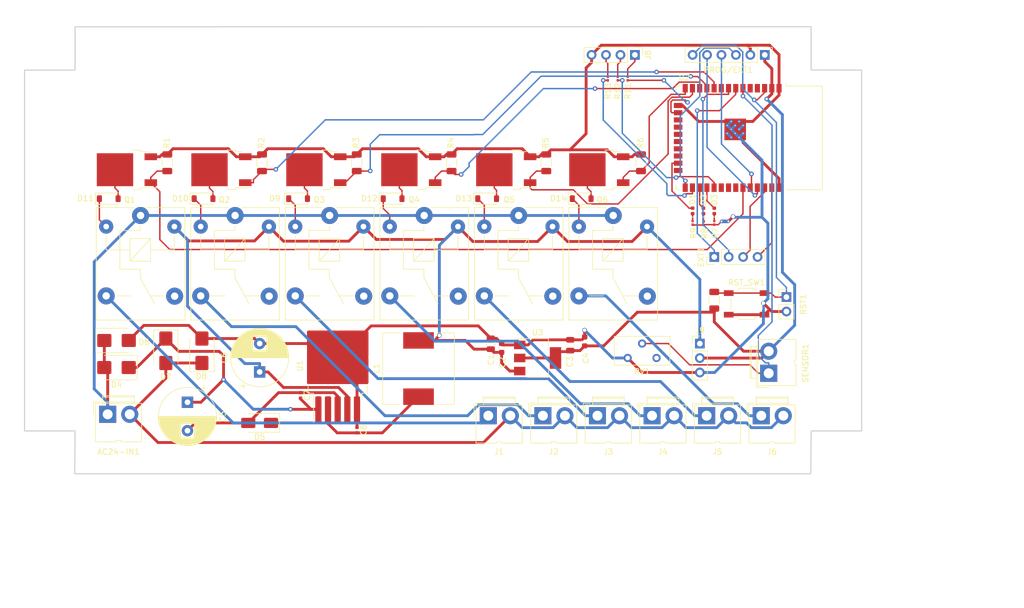
<source format=kicad_pcb>
(kicad_pcb (version 20221018) (generator pcbnew)
  (title_block (title "SPRINKLERS CONTROLLER") (date "2023-10-18") (rev "1.1.0") (company "GIDEONI"))
  (layers (0 "F.Cu" signal) (31 "B.Cu" signal) (34 "B.Paste" user) (35 "F.Paste" user) (36 "B.SilkS" user "B.Silkscreen") (37 "F.SilkS" user "F.Silkscreen") (38 "B.Mask" user) (39 "F.Mask" user) (44 "Edge.Cuts" user))
  (net 0 "")
  (net 1 "Net-(D9-K)")
  (net 2 "Net-(D9-A)")
  (net 3 "Net-(D10-K)")
  (net 4 "GRD")
  (net 5 "Net-(D10-A)")
  (net 6 "3V3")
  (net 7 "Net-(D11-K)")
  (net 8 "Net-(D11-A)")
  (net 9 "Net-(D12-K)")
  (net 10 "Net-(Q1-G)")
  (net 11 "Net-(D12-A)")
  (net 12 "Net-(Q2-G)")
  (net 13 "Net-(Q3-G)")
  (net 14 "Net-(Q4-G)")
  (net 15 "Net-(Q5-G)")
  (net 16 "Net-(Q6-G)")
  (net 17 "Net-(J11-Pin_1)")
  (net 20 "Net-(D13-K)")
  (net 21 "Net-(D3-A)")
  (net 22 "Net-(J8-Pin_1)")
  (net 23 "Net-(D2-A)")
  (net 24 "Net-(J8-Pin_2)")
  (net 25 "Net-(U2-IO13)")
  (net 28 "Net-(J8-Pin_3)")
  (net 38 "Net-(D1-A)")
  (net 39 "Net-(D13-A)")
  (net 40 "Net-(D1-K)")
  (net 41 "Net-(D2-K)")
  (net 42 "Net-(D3-K)")
  (net 43 "Net-(D14-K)")
  (net 44 "Net-(D5-K)")
  (net 45 "Net-(J1-Pin_1)")
  (net 46 "Net-(J2-Pin_1)")
  (net 47 "Net-(J3-Pin_1)")
  (net 48 "Net-(J4-Pin_1)")
  (net 49 "Net-(J5-Pin_1)")
  (net 50 "Net-(AC24-IN1-Pin_1)")
  (net 51 "Net-(D4-K)")
  (net 53 "Net-(D14-A)")
  (net 54 "Net-(U2-IO5)")
  (net 55 "Net-(U2-IO4)")
  (net 56 "Net-(AC24-IN1-Pin_2)")
  (net 58 "Net-(SENSOR1-Pin_1)")
  (net 62 "5V")
  (net 63 "Net-(J6-Pin_1)")
  (net 66 "GRDsmall")
  (net 67 "Net-(EXT1-Pin_1)")
  (net 68 "Net-(EXT1-Pin_2)")
  (net 69 "Net-(EXT1-Pin_3)")
  (net 70 "Net-(EXT1-Pin_4)")
  (net 71 "Net-(PROG/EXT1-Pin_5)")
  (net 72 "Net-(PROG/EXT1-Pin_4)")
  (net 73 "Net-(PROG/EXT1-Pin_3)")
  (net 74 "Net-(PROG/EXT1-Pin_6)")
  (footprint "LED_SMD:LED_0402_1005Metric" (layer "F.Cu") (at 133.35 51.585 90)
    (fp_text reference "D1")
    (fp_text value "LED" hide)
  )
  (footprint "Diode_SMD:D_SOD-123" (layer "F.Cu") (at 80.551 49.4315)
    (fp_text reference "D12")
    (fp_text value "75V 400mW Single 1V@50mA 4ns 150mA SOD-123 Switching Diode ROHS" hide)
  )
  (footprint "LED_SMD:LED_0402_1005Metric" (layer "F.Cu") (at 135.255 51.585 90)
    (fp_text reference "D2")
    (fp_text value "LED" hide)
  )
  (footprint "Connector_PinHeader_2.54mm:PinHeader_1x02_P2.54mm_Vertical" (layer "F.Cu") (at 149.86 66.7511)
    (fp_text reference "RST1")
    (fp_text value "Conn_01x02_Pin")
  )
  (footprint "Resistor_SMD:R_0201_0603Metric" (layer "F.Cu") (at 121.92 28.285 -90)
    (fp_text reference "R11")
    (fp_text value "130" hide)
  )
  (footprint "Relay_THT:Relay_SPDT_SANYOU_SRD_Series_Form_C" (layer "F.Cu") (at 86.106 52.394 -90)
    (fp_text reference "K4" hide)
    (fp_text value "SANYOU_SRD_Form_C")
  )
  (footprint "NetTie:NetTie-2_THT_Pad0.3mm" (layer "F.Cu") (at 139.637789 53.430115 180)
    (fp_text reference "REF**" hide)
    (fp_text value "NetTie-2_THT_Pad0.3mm" hide)
  )
  (footprint "Relay_THT:Relay_SPDT_SANYOU_SRD_Series_Form_C" (layer "F.Cu") (at 52.832 52.394 -90)
    (fp_text reference "K2" hide)
    (fp_text value "SANYOU_SRD_Form_C")
  )
  (footprint "Capacitor_SMD:C_0603_1608Metric" (layer "F.Cu") (at 114.35 74.5661 90)
    (fp_text reference "C4")
    (fp_text value "100nF")
  )
  (footprint "Connector:JWT_A3963_1x02_P3.96mm_Vertical" (layer "F.Cu") (at 30.41 87.384)
    (fp_text reference "AC24-IN1")
    (fp_text value "Conn_01x02" hide)
  )
  (footprint "Capacitor_SMD:C_0805_2012Metric" (layer "F.Cu") (at 111.81 75.2214 90)
    (fp_text reference "C3")
    (fp_text value "10uF")
  )
  (footprint "Potentiometer_THT:Potentiometer_Bourns_3296Y_Vertical" (layer "F.Cu") (at 121.92 77.47 180)
    (fp_text reference "RV1")
    (fp_text value "R_Potentiometer_Small")
  )
  (footprint "Resistor_SMD:R_1206_3216Metric" (layer "F.Cu") (at 74.2425 43.1131 90)
    (fp_text reference "R3")
    (fp_text value "1K")
  )
  (footprint "Connector_PinHeader_2.54mm:PinHeader_1x03_P2.54mm_Vertical" (layer "F.Cu") (at 134.62 74.945)
    (fp_text reference "J9")
    (fp_text value "Conn_01x03_Pin")
  )
  (footprint "LED_SMD:LED_0402_1005Metric" (layer "F.Cu") (at 137.16 51.585 90)
    (fp_text reference "D3")
    (fp_text value "LED" hide)
  )
  (footprint "Package_TO_SOT_SMD:SOT-223-3_TabPin2" (layer "F.Cu") (at 106.07 77.47)
    (fp_text reference "U3")
    (fp_text value "AP1117-33")
  )
  (footprint "Connector:JWT_A3963_1x02_P3.96mm_Vertical" (layer "F.Cu") (at 126.213 87.63)
    (fp_text reference "J4")
    (fp_text value "Conn_01x02")
  )
  (footprint "Diode_SMD:D_SOD-123" (layer "F.Cu") (at 63.914 49.4315)
    (fp_text reference "D9")
    (fp_text value "75V 400mW Single 1V@50mA 4ns 150mA SOD-123 Switching Diode ROHS" hide)
  )
  (footprint "Relay_THT:Relay_SPDT_SANYOU_SRD_Series_Form_C" (layer "F.Cu") (at 102.743 52.394 -90)
    (fp_text reference "K5" hide)
    (fp_text value "SANYOU_SRD_Form_C")
  )
  (footprint "Capacitor_THT:CP_Radial_D10.0mm_P5.00mm" (layer "F.Cu") (at 44.45 85.2623 -90)
    (fp_text reference "C5")
    (fp_text value "C_Polarized" hide)
  )
  (footprint "Resistor_SMD:R_1206_3216Metric" (layer "F.Cu") (at 137.16 67.31 90)
    (fp_text reference "R10" hide)
    (fp_text value "10K")
  )
  (footprint "Diode_SMD:D_SOD-123" (layer "F.Cu") (at 113.825 49.4315)
    (fp_text reference "D14")
    (fp_text value "75V 400mW Single 1V@50mA 4ns 150mA SOD-123 Switching Diode ROHS" hide)
  )
  (footprint "Diode_SMD:D_SMB" (layer "F.Cu") (at 31.9666 74.3894)
    (fp_text reference "D6")
    (fp_text value "900mV@2A 30ns 2A 50V DO-214AA Diodes " hide)
  )
  (footprint "Connector_PinHeader_2.54mm:PinHeader_1x04_P2.54mm_Vertical" (layer "F.Cu") (at 123.19 24.13 -90)
    (fp_text reference "J8")
    (fp_text value "Conn_01x04_Pin" hide)
  )
  (footprint "Capacitor_THT:CP_Radial_D10.0mm_P5.00mm" (layer "F.Cu") (at 57.15 79.93 90)
    (fp_text reference "C6")
    (fp_text value "C_Polarized" hide)
  )
  (footprint "Relay_THT:Relay_SPDT_SANYOU_SRD_Series_Form_C" (layer "F.Cu") (at 36.195 52.394 -90)
    (fp_text reference "K1" hide)
    (fp_text value "SANYOU_SRD_Form_C")
  )
  (footprint "Package_TO_SOT_SMD:TO-263-5_TabPin3" (layer "F.Cu") (at 70.885 78.855 90)
    (fp_text reference "U1")
    (fp_text value "LM2596S-5" hide)
  )
  (footprint "smd to:TO-252-2" (layer "F.Cu") (at 33.795 44.3367 180)
    (fp_text reference "Q1")
    (fp_text value "Q_NMOS_GDS")
  )
  (footprint "Inductor_SMD:L_12x12mm_H8mm" (layer "F.Cu") (at 85.1133 79.3324 90)
    (fp_text reference "L1")
    (fp_text value "L" hide)
  )
  (footprint "smd to:TO-252-2" (layer "F.Cu") (at 50.4259 44.3367 180)
    (fp_text reference "Q2")
    (fp_text value "Q_NMOS_GDS")
  )
  (footprint "Resistor_SMD:R_0201_0603Metric" (layer "F.Cu") (at 133.35 53.685 90)
    (fp_text reference "R9")
    (fp_text value "130" hide)
  )
  (footprint "Connector:JWT_A3963_1x02_P3.96mm_Vertical" (layer "F.Cu") (at 135.82 87.63)
    (fp_text reference "J5")
    (fp_text value "Conn_01x02")
  )
  (footprint "Diode_SMD:D_SMA" (layer "F.Cu") (at 57.15 88.9 180)
    (fp_text reference "D5")
    (fp_text value "B140-E3" hide)
  )
  (footprint "Connector:JWT_A3963_1x02_P3.96mm_Vertical" (layer "F.Cu") (at 146.7418 80.1611 90)
    (fp_text reference "SENSOR1")
    (fp_text value "Conn_01x02")
  )
  (footprint "smd to:TO-252-2" (layer "F.Cu") (at 100.5532 44.3367 180)
    (fp_text reference "Q5")
    (fp_text value "Q_NMOS_GDS" hide)
  )
  (footprint "smd to:TO-252-2" (layer "F.Cu") (at 83.8441 44.3367 180)
    (fp_text reference "Q4")
    (fp_text value "Q_NMOS_GDS" hide)
  )
  (footprint "Resistor_SMD:R_1206_3216Metric" (layer "F.Cu") (at 107.5906 43.1131 90)
    (fp_text reference "R5")
    (fp_text value "1K")
  )
  (footprint "Diode_SMD:D_SOD-123" (layer "F.Cu") (at 97.188 49.4315)
    (fp_text reference "D13")
    (fp_text value "75V 400mW Single 1V@50mA 4ns 150mA SOD-123 Switching Diode ROHS" hide)
  )
  (footprint "Diode_SMD:D_SOD-123" (layer "F.Cu") (at 47.277 49.4315)
    (fp_text reference "D10")
    (fp_text value "75V 400mW Single 1V@50mA 4ns 150mA SOD-123 Switching Diode ROHS" hide)
  )
  (footprint "Connector_PinHeader_2.54mm:PinHeader_1x04_P2.54mm_Vertical" (layer "F.Cu") (at 137.16 59.69 90)
    (fp_text reference "EXT1")
    (fp_text value "Conn_01x04_Pin")
  )
  (footprint "smd to:TO-252-2" (layer "F.Cu") (at 116.9311 44.3367 180)
    (fp_text reference "Q6")
    (fp_text value "Q_NMOS_GDS")
  )
  (footprint "Diode_SMD:D_SOD-123" (layer "F.Cu") (at 30.595 49.4315)
    (fp_text reference "D11")
    (fp_text value "75V 400mW Single 1V@50mA 4ns 150mA SOD-123 Switching Diode ROHS" hide)
  )
  (footprint "Diode_SMD:D_SMB" (layer "F.Cu") (at 46.99 76.2 90)
    (fp_text reference "D8")
    (fp_text value "900mV@2A 30ns 2A 50V DO-214AA Diodes " hide)
  )
  (footprint "Capacitor_SMD:C_0805_2012Metric" (layer "F.Cu") (at 97.8269 74.9682 90)
    (fp_text reference "C1")
    (fp_text value "10uF" hide)
  )
  (footprint "Capacitor_SMD:C_0402_1005Metric" (layer "F.Cu") (at 74.287935 90.161639 -90)
    (fp_text reference "C8")
    (fp_text value "25V 1uF X5R ±10% 0402 Multilayer Ceramic Capacitors MLCC - SMD/SMT ROHS")
  )
  (footprint "RF_Module:ESP32-WROOM-32D" (layer "F.Cu") (at 140.31 38.744 -90)
    (fp_text reference "U2")
    (fp_text value "ESP32-WROOM-32D")
  )
  (footprint "Connector:JWT_A3963_1x02_P3.96mm_Vertical" (layer "F.Cu") (at 106.999 87.63)
    (fp_text reference "J2")
    (fp_text value "Conn_01x02")
  )
  (footprint "Resistor_SMD:R_1206_3216Metric" (layer "F.Cu") (at 57.5684 43.1131 90)
    (fp_text reference "R2")
    (fp_text value "1K")
  )
  (footprint "Resistor_SMD:R_0201_0603Metric" (layer "F.Cu") (at 137.16 53.685 90)
    (fp_text reference "R7")
    (fp_text value "130" hide)
  )
  (footprint "Capacitor_SMD:C_0603_1608Metric" (layer "F.Cu") (at 99.7353 75.7053 90)
    (fp_text reference "C2")
    (fp_text value "100nF" hide)
  )
  (footprint "Resistor_SMD:R_1206_3216Metric" (layer "F.Cu") (at 90.9166 43.1131 90)
    (fp_text reference "R4")
    (fp_text value "1K")
  )
  (footprint "Capacitor_SMD:C_0402_1005Metric" (layer "F.Cu") (at 64.353572 84.050649 -90)
    (fp_text reference "C7")
    (fp_text value "25V 1uF X5R ±10% 0402 Multilayer Ceramic Capacitors MLCC - SMD/SMT ROHS")
  )
  (footprint "Relay_THT:Relay_SPDT_SANYOU_SRD_Series_Form_C" (layer "F.Cu") (at 69.469 52.394 -90)
    (fp_text reference "K3" hide)
    (fp_text value "SANYOU_SRD_Form_C")
  )
  (footprint "Resistor_SMD:R_0201_0603Metric" (layer "F.Cu") (at 135.3034 53.7503 90)
    (fp_text reference "R8")
    (fp_text value "130" hide)
  )
  (footprint "Connector:JWT_A3963_1x02_P3.96mm_Vertical" (layer "F.Cu") (at 116.606 87.63)
    (fp_text reference "J3")
    (fp_text value "Conn_01x02")
  )
  (footprint "Resistor_SMD:R_1206_3216Metric" (layer "F.Cu") (at 124.2647 43.1131 90)
    (fp_text reference "R6")
    (fp_text value "1K")
  )
  (footprint "Resistor_SMD:R_0201_0603Metric" (layer "F.Cu") (at 118.42 28.285 -90)
    (fp_text reference "R13")
    (fp_text value "130" hide)
  )
  (footprint "Resistor_SMD:R_1206_3216Metric" (layer "F.Cu") (at 40.8944 43.1131 90)
    (fp_text reference "R1")
    (fp_text value "1K")
  )
  (footprint "Diode_SMD:D_SMB" (layer "F.Cu") (at 31.9606 79.1525 180)
    (fp_text reference "D4")
    (fp_text value "900mV@2A 30ns 2A 50V DO-214AA Diodes " hide)
  )
  (footprint "Diode_SMD:D_SMB" (layer "F.Cu") (at 40.64 76.2 -90)
    (fp_text reference "D7")
    (fp_text value "900mV@2A 30ns 2A 50V DO-214AA Diodes " hide)
  )
  (footprint "smd to:TO-252-2" (layer "F.Cu") (at 67.135 44.3367 180)
    (fp_text reference "Q3")
    (fp_text value "Q_NMOS_GDS")
  )
  (footprint "Connector:JWT_A3963_1x02_P3.96mm_Vertical" (layer "F.Cu") (at 145.427 87.63)
    (fp_text reference "J6")
    (fp_text value "Conn_01x02")
  )
  (footprint "Connector:JWT_A3963_1x02_P3.96mm_Vertical" (layer "F.Cu") (at 97.392 87.63)
    (fp_text reference "J1")
    (fp_text value "Conn_01x02")
  )
  (footprint "Resistor_SMD:R_0201_0603Metric" (layer "F.Cu") (at 120.17 28.285 -90)
    (fp_text reference "R12")
    (fp_text value "130" hide)
  )
  (footprint "Button_Switch_SMD:SW_SPST_TL3342" (layer "F.Cu") (at 142.85 67.95)
    (fp_text reference "RST_SW1")
    (fp_text value "SW_SPST")
  )
  (footprint "Relay_THT:Relay_SPDT_SANYOU_SRD_Series_Form_C" (layer "F.Cu") (at 119.38 52.394 -90)
    (fp_text reference "K6" hide)
    (fp_text value "SANYOU_SRD_Form_C")
  )
  (footprint "Connector_PinHeader_2.54mm:PinHeader_1x06_P2.54mm_Vertical" (layer "F.Cu") (at 146.05 24.13 -90)
    (fp_text reference "PROG/EXT1")
    (fp_text value "Conn_01x06_Pin")
  )
  (gr_poly (pts (xy 24.666596 19.186166) (xy 24.666596 26.806166) (xy 15.776596 26.806166) (xy 15.776596 90.306166) (xy 24.666596 90.306166) (xy 24.603893 97.847405) (xy 154.143893 97.847405) (xy 154.206596 90.306166) (xy 163.096596 90.306166) (xy 163.096596 26.806166) (xy 154.206712 26.785343) (xy 154.206712 19.165343)) (stroke (width 0.2)) (fill none) (layer "Edge.Cuts"))
  (segment (start 63.419 50.5865) (end 62.264 49.4315) (width 0.25) (layer "F.Cu") (net 1))
  (segment (start 63.419 54.344) (end 63.419 50.5865) (width 0.25) (layer "F.Cu") (net 1))
  (segment (start 65.035 44.3367) (end 65.035 47.5636) (width 0.25) (layer "F.Cu") (net 2))
  (segment (start 65.564 48.0926) (end 65.564 49.4315) (width 0.25) (layer "F.Cu") (net 2))
  (segment (start 65.035 47.5636) (end 65.564 48.0926) (width 0.25) (layer "F.Cu") (net 2))
  (segment (start 46.782 50.5865) (end 45.627 49.4315) (width 0.25) (layer "F.Cu") (net 3))
  (segment (start 46.782 54.344) (end 46.782 50.5865) (width 0.25) (layer "F.Cu") (net 3))
  (segment (start 122.708 42.0567) (end 121.1311 42.0567) (width 0.5) (layer "F.Cu") (net 4))
  (segment (start 41.905 40.64) (end 40.8944 41.6506) (width 0.5) (layer "F.Cu") (net 4))
  (segment (start 143.51 22.954192) (end 143.51 24.13) (width 0.5) (layer "F.Cu") (net 4))
  (segment (start 140.84 37.2315) (end 140.84 37.244) (width 0.5) (layer "F.Cu") (net 4))
  (segment (start 124.475 80.025) (end 121.92 77.47) (width 0.5) (layer "F.Cu") (net 4))
  (segment (start 140.14 35.844) (end 139.44 35.844) (width 0.5) (layer "F.Cu") (net 4))
  (segment (start 99.975 75.17) (end 102.92 75.17) (width 0.5) (layer "F.Cu") (net 4))
  (segment (start 44.678954 71.738954) (end 46.99 74.05) (width 0.5) (layer "F.Cu") (net 4))
  (segment (start 142.24 38.644) (end 142.24 39.5709) (width 0.5) (layer "F.Cu") (net 4))
  (segment (start 90.0271 41.6506) (end 89.621 42.0567) (width 0.5) (layer "F.Cu") (net 4))
  (segment (start 51.6323 40.64) (end 41.905 40.64) (width 0.5) (layer "F.Cu") (net 4))
  (segment (start 99.7353 74.9303) (end 98.8232 74.0182) (width 0.5) (layer "F.Cu") (net 4))
  (segment (start 124.265 41.6506) (end 124.2647 41.6506) (width 0.5) (layer "F.Cu") (net 4))
  (segment (start 140.84 38.644) (end 140.14 38.644) (width 0.5) (layer "F.Cu") (net 4))
  (segment (start 140.473504 52.599766) (end 140.468138 52.599766) (width 0.5) (layer "F.Cu") (net 4))
  (segment (start 53.049 42.0567) (end 51.6323 40.64) (width 0.5) (layer "F.Cu") (net 4))
  (segment (start 74.285 86.505) (end 74.285 89.678704) (width 0.5) (layer "F.Cu") (net 4))
  (segment (start 141.54 38.644) (end 142.24 38.644) (width 0.5) (layer "F.Cu") (net 4))
  (segment (start 39.978 41.6506) (end 40.8944 41.6506) (width 0.5) (layer "F.Cu") (net 4))
  (segment (start 73.8364 42.0567) (end 71.335 42.0567) (width 0.5) (layer "F.Cu") (net 4))
  (segment (start 68.11 74.93) (end 57.15 74.93) (width 0.5) (layer "F.Cu") (net 4))
  (segment (start 130.8 33.034) (end 131.594 33.034) (width 0.5) (layer "F.Cu") (net 4))
  (segment (start 34.1166 74.3894) (end 36.767046 71.738954) (width 0.5) (layer "F.Cu") (net 4))
  (segment (start 148.56 45.8909) (end 148.56 47.494) (width 0.5) (layer "F.Cu") (net 4))
  (segment (start 114.609 26.4178) (end 114.609 37.9877) (width 0.5) (layer "F.Cu") (net 4))
  (segment (start 140.468138 52.599766) (end 139.637789 53.430115) (width 0.5) (layer "F.Cu") (net 4))
  (segment (start 55.15 88.9) (end 60.479351 83.570649) (width 0.5) (layer "F.Cu") (net 4))
  (segment (start 140.84 37.2315) (end 141.534 37.2315) (width 0.5) (layer "F.Cu") (net 4))
  (segment (start 148.56 31.2209) (end 148.56 29.994) (width 0.5) (layer "F.Cu") (net 4))
  (segment (start 98.8232 74.0182) (end 97.8269 74.0182) (width 0.5) (layer "F.Cu") (net 4))
  (segment (start 55.15 88.9) (end 45.8123 88.9) (width 0.5) (layer "F.Cu") (net 4))
  (segment (start 119.554 42.0567) (end 118.551 41.0533) (width 0.5) (layer "F.Cu") (net 4))
  (segment (start 88.0441 42.0567) (end 86.4672 42.0567) (width 0.5) (layer "F.Cu") (net 4))
  (segment (start 139.44 37.244) (end 139.465 37.219) (width 0.5) (layer "F.Cu") (net 4))
  (segment (start 104.397 75.17) (end 105.296 74.2714) (width 0.5) (layer "F.Cu") (net 4))
  (segment (start 70.885 84.205) (end 70.250649 83.570649) (width 0.5) (layer "F.Cu") (net 4))
  (segment (start 74.292736 80.412736) (end 74.292736 86.497264) (width 0.5) (layer "F.Cu") (net 4))
  (segment (start 105.296 74.2714) (end 111.81 74.2714) (width 0.5) (layer "F.Cu") (net 4))
  (segment (start 39.5719 42.0567) (end 39.978 41.6506) (width 0.5) (layer "F.Cu") (net 4))
  (segment (start 118.3344 40.8367) (end 111.76 40.8367) (width 0.5) (layer "F.Cu") (net 4))
  (segment (start 139.465 37.219) (end 140.14 37.219) (width 0.5) (layer "F.Cu") (net 4))
  (segment (start 140.14 37.219) (end 140.828 37.219) (width 0.5) (layer "F.Cu") (net 4))
  (segment (start 106.736 41.6506) (end 106.33 42.0567) (width 0.5) (layer "F.Cu") (net 4))
  (segment (start 108.4046 40.8367) (end 108.188 41.0533) (width 0.5) (layer "F.Cu") (net 4))
  (segment (start 142.980414 22.424606) (end 143.51 22.954192) (width 0.5) (layer "F.Cu") (net 4))
  (segment (start 68.3414 40.64) (end 58.579 40.64) (width 0.5) (layer "F.Cu") (net 4))
  (segment (start 107.5906 41.6506) (end 106.736 41.6506) (width 0.5) (layer "F.Cu") (net 4))
  (segment (start 76.769328 71.820672) (end 73.66 74.93) (width 0.5) (layer "F.Cu") (net 4))
  (segment (start 106.33 42.0567) (end 104.776 42.0567) (width 0.5) (layer "F.Cu") (net 4))
  (segment (start 149.86 69.2911) (end 147.27 69.2911) (width 0.5) (layer "F.Cu") (net 4))
  (segment (start 121.1311 42.0567) (end 119.554 42.0567) (width 0.5) (layer "F.Cu") (net 4))
  (segment (start 143.937 35.844) (end 148.56 31.2209) (width 0.5) (layer "F.Cu") (net 4))
  (segment (start 111.76 40.8367) (end 108.4046 40.8367) (width 0.5) (layer "F.Cu") (net 4))
  (segment (start 70.885 86.505) (end 70.885 84.205) (width 0.5) (layer "F.Cu") (net 4))
  (segment (start 139.7 69.85) (end 146 69.85) (width 0.5) (layer "F.Cu") (net 4))
  (segment (start 89.621 42.0567) (end 88.0441 42.0567) (width 0.5) (layer "F.Cu") (net 4))
  (segment (start 123.114 41.6506) (end 122.708 42.0567) (width 0.5) (layer "F.Cu") (net 4))
  (segment (start 147.27 69.2911) (end 146.914 68.9355) (width 0.5) (layer "F.Cu") (net 4))
  (segment (start 124.2647 41.6506) (end 123.114 41.6506) (width 0.5) (layer "F.Cu") (net 4))
  (segment (start 37.995 42.0567) (end 39.5719 42.0567) (width 0.5) (layer "F.Cu") (net 4))
  (segment (start 140.84 35.844) (end 141.54 35.844) (width 0.5) (layer "F.Cu") (net 4))
  (segment (start 58.579 40.64) (end 57.5684 41.6506) (width 0.5) (layer "F.Cu") (net 4))
  (segment (start 75.2531 40.64) (end 74.2425 41.6506) (width 0.5) (layer "F.Cu") (net 4))
  (segment (start 36.767046 71.738954) (end 44.678954 71.738954) (width 0.5) (layer "F.Cu") (net 4))
  (segment (start 107.591 41.6506) (end 107.5906 41.6506) (width 0.5) (layer "F.Cu") (net 4))
  (segment (start 85.0505 40.64) (end 75.2531 40.64) (width 0.5) (layer "F.Cu") (net 4))
  (segment (start 117.275394 22.424606) (end 115.57 24.13) (width 0.5) (layer "F.Cu") (net 4))
  (segment (start 90.9166 41.6506) (end 90.0271 41.6506) (width 0.5) (layer "F.Cu") (net 4))
  (segment (start 113.87 74.2714) (end 114.35 73.7911) (width 0.5) (layer "F.Cu") (net 4))
  (segment (start 73.66 79.78) (end 74.292736 80.412736) (width 0.5) (layer "F.Cu") (net 4))
  (segment (start 104.753 42.0567) (end 104.7532 42.0567) (width 0.5) (layer "F.Cu") (net 4))
  (segment (start 142.980414 22.424606) (end 146.893134 22.424606) (width 0.5) (layer "F.Cu") (net 4))
  (segment (start 54.6259 42.0567) (end 57.1623 42.0567) (width 0.5) (layer "F.Cu") (net 4))
  (segment (start 140.84 35.844) (end 140.14 35.844) (width 0.5) (layer "F.Cu") (net 4))
  (segment (start 91.9272 40.64) (end 90.9166 41.6506) (width 0.5) (layer "F.Cu") (net 4))
  (segment (start 104.7532 42.0567) (end 104.776 42.0567) (width 0.5) (layer "F.Cu") (net 4))
  (segment (start 141.54 37.2252) (end 142.221 37.2252) (width 0.5) (layer "F.Cu") (net 4))
  (segment (start 118.551 41.0533) (end 118.3344 40.8367) (width 0.5) (layer "F.Cu") (net 4))
  (segment (start 86.4672 42.0567) (end 85.0505 40.64) (width 0.5) (layer "F.Cu") (net 4))
  (segment (start 70.885 79.78) (end 73.66 79.78) (width 0.5) (layer "F.Cu") (net 4))
  (segment (start 141.54 35.844) (end 142.24 35.844) (width 0.5) (layer "F.Cu") (net 4))
  (segment (start 108.188 41.0533) (end 107.591 41.6506) (width 0.5) (layer "F.Cu") (net 4))
  (segment (start 99.7353 74.9303) (end 99.975 75.17) (width 0.5) (layer "F.Cu") (net 4))
  (segment (start 57.1623 42.0567) (end 57.5684 41.6506) (width 0.5) (layer "F.Cu") (net 4))
  (segment (start 115.57 25.4569) (end 114.609 26.4178) (width 0.5) (layer "F.Cu") (net 4))
  (segment (start 134.404 35.844) (end 139.44 35.844) (width 0.5) (layer "F.Cu") (net 4))
  (segment (start 142.980414 22.424606) (end 117.275394 22.424606) (width 0.5) (layer "F.Cu") (net 4))
  (segment (start 114.609 37.9877) (end 111.76 40.8367) (width 0.5) (layer "F.Cu") (net 4))
  (segment (start 104.776 42.0567) (end 103.3593 40.64) (width 0.5) (layer "F.Cu") (net 4))
  (segment (start 70.885 74.93) (end 73.66 74.93) (width 0.5) (layer "F.Cu") (net 4))
  (segment (start 115.57 24.13) (end 115.57 25.4569) (width 0.5) (layer "F.Cu") (net 4))
  (segment (start 142.24 39.5709) (end 148.56 45.8909) (width 0.5) (layer "F.Cu") (net 4))
  (segment (start 146.914 68.9355) (end 145.808 67.8286) (width 0.5) (layer "F.Cu") (net 4))
  (segment (start 70.885 79.78) (end 68.11 79.78) (width 0.5) (layer "F.Cu") (net 4))
  (segment (start 60.479351 83.570649) (end 64.353572 83.570649) (width 0.5) (layer "F.Cu") (net 4))
  (segment (start 140.14 38.644) (end 139.44 38.644) (width 0.5) (layer "F.Cu") (net 4))
  (segment (start 45.8123 88.9) (end 44.45 90.2623) (width 0.5) (layer "F.Cu") (net 4))
  (segment (start 141.534 37.2315) (end 141.54 37.2252) (width 0.5) (layer "F.Cu") (net 4))
  (segment (start 56.27 74.05) (end 57.15 74.93) (width 0.5) (layer "F.Cu") (net 4))
  (segment (start 74.285 89.678704) (end 74.287935 89.681639) (width 0.5) (layer "F.Cu") (net 4))
  (segment (start 46.99 74.05) (end 56.27 74.05) (width 0.5) (layer "F.Cu") (net 4))
  (segment (start 102.92 75.17) (end 104.397 75.17) (width 0.5) (layer "F.Cu") (net 4))
  (segment (start 142.24 35.844) (end 143.937 35.844) (width 0.5) (layer "F.Cu") (net 4))
  (segment (start 54.6259 42.0567) (end 53.049 42.0567) (width 0.5) (layer "F.Cu") (net 4))
  (segment (start 141.54 37.2252) (end 141.54 37.219) (width 0.5) (layer "F.Cu") (net 4))
  (segment (start 131.594 33.034) (end 134.404 35.844) (width 0.5) (layer "F.Cu") (net 4))
  (segment (start 134.62 80.025) (end 124.475 80.025) (width 0.5) (layer "F.Cu") (net 4))
  (segment (start 74.2425 41.6506) (end 73.8364 42.0567) (width 0.5) (layer "F.Cu") (net 4))
  (segment (start 146.893134 22.424606) (end 148.56 24.091472) (width 0.5) (layer "F.Cu") (net 4))
  (segment (start 114.35 72.5707) (end 114.35 73.7911) (width 0.5) (layer "F.Cu") (net 4))
  (segment (start 70.885 74.93) (end 70.885 77.355) (width 0.5) (layer "F.Cu") (net 4))
  (segment (start 146 69.85) (end 146.914 68.9355) (width 0.5) (layer "F.Cu") (net 4))
  (segment (start 95.629372 71.820672) (end 76.769328 71.820672) (width 0.5) (layer "F.Cu") (net 4))
  (segment (start 141.54 38.644) (end 140.84 38.644) (width 0.5) (layer "F.Cu") (net 4))
  (segment (start 148.56 24.091472) (end 148.56 29.994) (width 0.5) (layer "F.Cu") (net 4))
  (segment (start 74.292736 86.497264) (end 74.285 86.505) (width 0.5) (layer "F.Cu") (net 4))
  (segment (start 103.3593 40.64) (end 91.9272 40.64) (width 0.5) (layer "F.Cu") (net 4))
  (segment (start 69.7581 42.0567) (end 68.3414 40.64) (width 0.5) (layer "F.Cu") (net 4))
  (segment (start 70.885 79.78) (end 70.885 77.355) (width 0.5) (layer "F.Cu") (net 4))
  (segment (start 140.828 37.219) (end 140.84 37.2315) (width 0.5) (layer "F.Cu") (net 4))
  (segment (start 111.81 74.2714) (end 113.87 74.2714) (width 0.5) (layer "F.Cu") (net 4))
  (segment (start 70.250649 83.570649) (end 64.353572 83.570649) (width 0.5) (layer "F.Cu") (net 4))
  (segment (start 97.8269 74.0182) (end 95.629372 71.820672) (width 0.5) (layer "F.Cu") (net 4))
  (segment (start 142.221 37.2252) (end 142.24 37.244) (width 0.5) (layer "F.Cu") (net 4))
  (segment (start 70.885 74.93) (end 68.11 74.93) (width 0.5) (layer "F.Cu") (net 4))
  (segment (start 71.335 42.0567) (end 69.7581 42.0567) (width 0.5) (layer "F.Cu") (net 4))
  (via (at 145.808 67.8286) (size 0.8) (drill 0.6) (layers "F.Cu" "B.Cu") (net 4))
  (via (at 114.35 72.5707) (size 0.8) (drill 0.6) (layers "F.Cu" "B.Cu") (net 4))
  (via (at 140.473504 52.599766) (size 0.8) (drill 0.6) (layers "F.Cu" "B.Cu") (net 4))
  (segment (start 140.84 37.944) (end 140.14 37.244) (width 0.5) (layer "B.Cu") (net 4))
  (segment (start 142.24 37.944) (end 141.54 38.644) (width 0.5) (layer "B.Cu") (net 4))
  (segment (start 140.583538 52.7098) (end 140.473504 52.599766) (width 0.5) (layer "B.Cu") (net 4))
  (segment (start 139.465 36.519) (end 140.14 35.844) (width 0.5) (layer "B.Cu") (net 4))
  (segment (start 139.44 36.544) (end 139.465 36.544) (width 0.5) (layer "B.Cu") (net 4))
  (segment (start 142.215 36.544) (end 141.54 37.219) (width 0.5) (layer "B.Cu") (net 4))
  (segment (start 139.44 37.944) (end 140.14 38.644) (width 0.5) (layer "B.Cu") (net 4))
  (segment (start 119.249 77.47) (end 114.35 72.5707) (width 0.5) (layer "B.Cu") (net 4))
  (segment (start 145.808 67.8286) (end 145.808 67.9766) (width 0.5) (layer "B.Cu") (net 4))
  (segment (start 145.563 52.7098) (end 140.583538 52.7098) (width 0.5) (layer "B.Cu") (net 4))
  (segment (start 140.84 36.544) (end 140.815 36.544) (width 0.5) (layer "B.Cu") (net 4))
  (segment (start 145.808 67.8286) (end 146.595 67.0416) (width 0.5) (layer "B.Cu") (net 4))
  (segment (start 142.24 36.544) (end 142.215 36.544) (width 0.5) (layer "B.Cu") (net 4))
  (segment (start 121.92 77.47) (end 119.249 77.47) (width 0.5) (layer "B.Cu") (net 4))
  (segment (start 141.54 38.644) (end 140.84 37.944) (width 0.5) (layer "B.Cu") (net 4))
  (segment (start 145.808 71.432254) (end 145.808 67.8286) (width 0.5) (layer "B.Cu") (net 4))
  (segment (start 140.14 37.244) (end 140.14 37.219) (width 0.5) (layer "B.Cu") (net 4))
  (segment (start 145.563 52.7098) (end 145.563 42.6671) (width 0.5) (layer "B.Cu") (net 4))
  (segment (start 137.215254 80.025) (end 145.808 71.432254) (width 0.5) (layer "B.Cu") (net 4))
  (segment (start 146.595 67.0416) (end 146.595 53.7418) (width 0.5) (layer "B.Cu") (net 4))
  (segment (start 146.595 53.7418) (end 145.563 52.7098) (width 0.5) (layer "B.Cu") (net 4))
  (segment (start 139.465 36.544) (end 140.14 37.219) (width 0.5) (layer "B.Cu") (net 4))
  (segment (start 140.815 36.544) (end 140.14 37.219) (width 0.5) (layer "B.Cu") (net 4))
  (segment (start 134.62 80.025) (end 137.215254 80.025) (width 0.5) (layer "B.Cu") (net 4))
  (segment (start 145.563 42.6671) (end 141.54 38.644) (width 0.5) (layer "B.Cu") (net 4))
  (segment (start 139.465 36.544) (end 139.465 36.519) (width 0.5) (layer "B.Cu") (net 4))
  (segment (start 48.3259 47.5636) (end 48.927 48.1647) (width 0.25) (layer "F.Cu") (net 5))
  (segment (start 48.927 48.1647) (end 48.927 49.4315) (width 0.25) (layer "F.Cu") (net 5))
  (segment (start 48.3259 44.3367) (end 48.3259 47.5636) (width 0.25) (layer "F.Cu") (net 5))
  (segment (start 114.35 75.3411) (end 117.6989 75.3411) (width 0.5) (layer "F.Cu") (net 6))
  (segment (start 146.7418 76.2811) (end 146.742 76.2811) (width 0.5) (layer "F.Cu") (net 6))
  (segment (start 147.29 30.988683) (end 146.386566 31.892117) (width 0.5) (layer "F.Cu") (net 6))
  (segment (start 137.16 69.414) (end 137.16 71.12) (width 0.5) (layer "F.Cu") (net 6))
  (segment (start 147.29 26.5469) (end 147.29 29.994) (width 0.5) (layer "F.Cu") (net 6))
  (segment (start 147.29 30.45) (end 147.32 30.48) (width 0.5) (layer "F.Cu") (net 6))
  (segment (start 123.626 69.414) (end 137.16 69.414) (width 0.5) (layer "F.Cu") (net 6))
  (segment (start 113.52 76.1714) (end 114.35 75.3411) (width 0.5) (layer "F.Cu") (net 6))
  (segment (start 146.05 25.3069) (end 147.29 26.5469) (width 0.5) (layer "F.Cu") (net 6))
  (segment (start 146.742 76.2811) (end 145.538 77.485) (width 0.5) (layer "F.Cu") (net 6))
  (segment (start 145.538 77.485) (end 134.62 77.485) (width 0.5) (layer "F.Cu") (net 6))
  (segment (start 142.3211 76.2811) (end 146.7418 76.2811) (width 0.5) (layer "F.Cu") (net 6))
  (segment (start 109.22 77.47) (end 109.22 76.3565) (width 0.5) (layer "F.Cu") (net 6))
  (segment (start 111.625 76.3565) (end 111.81 76.1714) (width 0.5) (layer "F.Cu") (net 6))
  (segment (start 147.29 29.994) (end 147.29 30.45) (width 0.5) (layer "F.Cu") (net 6))
  (segment (start 117.6989 75.3411) (end 123.626 69.414) (width 0.5) (layer "F.Cu") (net 6))
  (segment (start 109.22 76.3565) (end 111.625 76.3565) (width 0.5) (layer "F.Cu") (net 6))
  (segment (start 137.16 68.7725) (end 137.16 69.414) (width 0.5) (layer "F.Cu") (net 6))
  (segment (start 146.05 24.13) (end 146.05 25.3069) (width 0.5) (layer "F.Cu") (net 6))
  (segment (start 102.92 77.47) (end 109.22 77.47) (width 0.5) (layer "F.Cu") (net 6))
  (segment (start 137.16 71.12) (end 142.3211 76.2811) (width 0.5) (layer "F.Cu") (net 6))
  (segment (start 147.29 29.994) (end 147.29 30.988683) (width 0.5) (layer "F.Cu") (net 6))
  (segment (start 111.81 76.1714) (end 113.52 76.1714) (width 0.5) (layer "F.Cu") (net 6))
  (via (at 146.386566 31.892117) (size 0.8) (drill 0.4) (layers "F.Cu" "B.Cu") (net 6))
  (segment (start 149.151297 34.656848) (end 149.151297 62.388851) (width 0.5) (layer "B.Cu") (net 6))
  (segment (start 146.386566 31.892117) (end 149.151297 34.656848) (width 0.5) (layer "B.Cu") (net 6))
  (segment (start 151.31 64.547554) (end 151.31 71.7129) (width 0.5) (layer "B.Cu") (net 6))
  (segment (start 151.31 71.7129) (end 146.7418 76.2811) (width 0.5) (layer "B.Cu") (net 6))
  (segment (start 149.151297 62.388851) (end 151.31 64.547554) (width 0.5) (layer "B.Cu") (net 6))
  (segment (start 30.145 54.344) (end 28.945 53.144) (width 0.25) (layer "F.Cu") (net 7))
  (segment (start 28.945 53.144) (end 28.945 49.4315) (width 0.25) (layer "F.Cu") (net 7))
  (segment (start 32.245 48.1136) (end 32.245 49.4315) (width 0.25) (layer "F.Cu") (net 8))
  (segment (start 31.695 47.5636) (end 32.245 48.1136) (width 0.25) (layer "F.Cu") (net 8))
  (segment (start 31.695 44.3367) (end 31.695 47.5636) (width 0.25) (layer "F.Cu") (net 8))
  (segment (start 78.901 51.158159) (end 80.056 52.313159) (width 0.25) (layer "F.Cu") (net 9))
  (segment (start 78.901 49.4315) (end 78.901 51.158159) (width 0.25) (layer "F.Cu") (net 9))
  (segment (start 80.056 52.313159) (end 80.056 54.344) (width 0.25) (layer "F.Cu") (net 9))
  (segment (start 39.1092 44.5756) (end 40.8944 44.5756) (width 0.25) (layer "F.Cu") (net 10))
  (segment (start 41.329738 58.382838) (end 39.587806 56.640906) (width 0.25) (layer "F.Cu") (net 10))
  (segment (start 142.21 52.1) (end 135.927162 58.382838) (width 0.25) (layer "F.Cu") (net 10))
  (segment (start 37.995 46.6167) (end 37.995 45.6898) (width 0.25) (layer "F.Cu") (net 10))
  (segment (start 39.587806 56.640906) (end 39.587806 48.209506) (width 0.25) (layer "F.Cu") (net 10))
  (segment (start 39.587806 48.209506) (end 37.995 46.6167) (width 0.25) (layer "F.Cu") (net 10))
  (segment (start 135.927162 58.382838) (end 41.329738 58.382838) (width 0.25) (layer "F.Cu") (net 10))
  (segment (start 142.21 47.494) (end 142.21 52.1) (width 0.25) (layer "F.Cu") (net 10))
  (segment (start 37.995 45.6898) (end 39.1092 44.5756) (width 0.25) (layer "F.Cu") (net 10))
  (segment (start 82.201 48.0205) (end 82.201 49.4315) (width 0.25) (layer "F.Cu") (net 11))
  (segment (start 81.7441 44.3367) (end 81.7441 47.5636) (width 0.25) (layer "F.Cu") (net 11))
  (segment (start 81.7441 47.5636) (end 82.201 48.0205) (width 0.25) (layer "F.Cu") (net 11))
  (segment (start 54.6259 46.6167) (end 56.0528 46.6167) (width 0.25) (layer "F.Cu") (net 12))
  (segment (start 127 27.132892) (end 135.345792 27.132892) (width 0.25) (layer "F.Cu") (net 12))
  (segment (start 137.13 28.9171) (end 137.13 29.994) (width 0.25) (layer "F.Cu") (net 12))
  (segment (start 56.0528 46.6167) (end 56.0528 46.0912) (width 0.25) (layer "F.Cu") (net 12))
  (segment (start 135.345792 27.132892) (end 137.13 28.9171) (width 0.25) (layer "F.Cu") (net 12))
  (segment (start 59.9913 44.2798) (end 57.8642 44.2798) (width 0.25) (layer "F.Cu") (net 12))
  (segment (start 56.0528 46.0912) (end 57.5684 44.5756) (width 0.25) (layer "F.Cu") (net 12))
  (segment (start 57.8642 44.2798) (end 57.5684 44.5756) (width 0.25) (layer "F.Cu") (net 12))
  (via (at 127 27.132892) (size 0.8) (drill 0.4) (layers "F.Cu" "B.Cu") (net 12))
  (via (at 59.9913 44.2798) (size 0.8) (drill 0.4) (layers "F.Cu" "B.Cu") (net 12))
  (segment (start 96.52 35.56) (end 68.7111 35.56) (width 0.25) (layer "B.Cu") (net 12))
  (segment (start 126.997247 27.135645) (end 104.944355 27.135645) (width 0.25) (layer "B.Cu") (net 12))
  (segment (start 68.7111 35.56) (end 59.9913 44.2798) (width 0.25) (layer "B.Cu") (net 12))
  (segment (start 127 27.132892) (end 126.997247 27.135645) (width 0.25) (layer "B.Cu") (net 12))
  (segment (start 104.944355 27.135645) (end 96.52 35.56) (width 0.25) (layer "B.Cu") (net 12))
  (segment (start 132.993354 27.933287) (end 132.928904 27.933287) (width 0.25) (layer "F.Cu") (net 13))
  (segment (start 74.2425 44.5756) (end 76.553194 44.5756) (width 0.25) (layer "F.Cu") (net 13))
  (segment (start 135.86 29.994) (end 135.86 29.550704) (width 0.25) (layer "F.Cu") (net 13))
  (segment (start 76.610524 44.5756) (end 76.581859 44.5756) (width 0.25) (layer "F.Cu") (net 13))
  (segment (start 76.553194 44.5756) (end 76.617803 44.546935) (width 0.25) (layer "F.Cu") (net 13))
  (segment (start 133.014469 27.912172) (end 132.993354 27.933287) (width 0.25) (layer "F.Cu") (net 13))
  (segment (start 133.035584 27.933287) (end 133.014469 27.912172) (width 0.25) (layer "F.Cu") (net 13))
  (segment (start 135.86 29.550704) (end 134.242583 27.933287) (width 0.25) (layer "F.Cu") (net 13))
  (segment (start 134.242583 27.933287) (end 133.035584 27.933287) (width 0.25) (layer "F.Cu") (net 13))
  (segment (start 76.617803 44.546935) (end 76.610524 44.5756) (width 0.25) (layer "F.Cu") (net 13))
  (segment (start 71.335 46.6167) (end 72.2014 46.6167) (width 0.25) (layer "F.Cu") (net 13))
  (segment (start 72.2014 46.6167) (end 74.2425 44.5756) (width 0.25) (layer "F.Cu") (net 13))
  (via (at 133.014469 27.912172) (size 0.8) (drill 0.4) (layers "F.Cu" "B.Cu") (net 13))
  (via (at 76.617803 44.546935) (size 0.8) (drill 0.4) (layers "F.Cu" "B.Cu") (net 13))
  (segment (start 94.874271 38.144913) (end 94.839117 38.180067) (width 0.25) (layer "B.Cu") (net 13))
  (segment (start 132.980697 27.8784) (end 106.682577 27.8784) (width 0.25) (layer "B.Cu") (net 13))
  (segment (start 78.282302 38.180067) (end 76.617803 39.844566) (width 0.25) (layer "B.Cu") (net 13))
  (segment (start 76.617803 39.844566) (end 76.617803 44.546935) (width 0.25) (layer "B.Cu") (net 13))
  (segment (start 94.839117 38.180067) (end 78.282302 38.180067) (width 0.25) (layer "B.Cu") (net 13))
  (segment (start 133.014469 27.912172) (end 132.980697 27.8784) (width 0.25) (layer "B.Cu") (net 13))
  (segment (start 76.617803 44.546935) (end 76.407679 44.336811) (width 0.25) (layer "B.Cu") (net 13))
  (segment (start 96.416064 38.144913) (end 94.874271 38.144913) (width 0.25) (layer "B.Cu") (net 13))
  (segment (start 106.682577 27.8784) (end 96.416064 38.144913) (width 0.25) (layer "B.Cu") (net 13))
  (segment (start 88.0441 46.6167) (end 88.0441 45.6898) (width 0.25) (layer "F.Cu") (net 14))
  (segment (start 91.5154 45.1744) (end 90.9166 44.5756) (width 0.25) (layer "F.Cu") (net 14))
  (segment (start 129.843 30.0574) (end 130.984 28.9171) (width 0.25) (layer "F.Cu") (net 14))
  (segment (start 116.177811 30.0574) (end 129.843 30.0574) (width 0.25) (layer "F.Cu") (net 14))
  (segment (start 92.6138 45.1744) (end 91.5154 45.1744) (width 0.25) (layer "F.Cu") (net 14))
  (segment (start 89.1583 44.5756) (end 90.9166 44.5756) (width 0.25) (layer "F.Cu") (net 14))
  (segment (start 88.0441 45.6898) (end 89.1583 44.5756) (width 0.25) (layer "F.Cu") (net 14))
  (segment (start 134.59 28.9171) (end 134.59 29.994) (width 0.25) (layer "F.Cu") (net 14))
  (segment (start 130.984 28.9171) (end 134.59 28.9171) (width 0.25) (layer "F.Cu") (net 14))
  (via (at 116.177811 30.0574) (size 0.8) (drill 0.4) (layers "F.Cu" "B.Cu") (net 14))
  (via (at 92.6138 45.1744) (size 0.8) (drill 0.4) (layers "F.Cu" "B.Cu") (net 14))
  (segment (start 116.177811 30.0574) (end 107.1026 30.0574) (width 0.25) (layer "B.Cu") (net 14))
  (segment (start 107.1026 30.0574) (end 94.0139 43.1461) (width 0.25) (layer "B.Cu") (net 14))
  (segment (start 94.0139 43.1461) (end 94.0139 43.7743) (width 0.25) (layer "B.Cu") (net 14))
  (segment (start 94.0139 43.7743) (end 92.6138 45.1744) (width 0.25) (layer "B.Cu") (net 14))
  (segment (start 133.32 31.0709) (end 132.825 31.566) (width 0.25) (layer "F.Cu") (net 15))
  (segment (start 104.753 45.6898) (end 105.867 44.5756) (width 0.25) (layer "F.Cu") (net 15))
  (segment (start 104.753 46.6167) (end 104.753 45.6898) (width 0.25) (layer "F.Cu") (net 15))
  (segment (start 129.038 41.579) (end 120.258 50.3593) (width 0.25) (layer "F.Cu") (net 15))
  (segment (start 104.753 47.5436) (end 104.753 46.6167) (width 0.25) (layer "F.Cu") (net 15))
  (segment (start 105.867 44.5756) (end 107.5906 44.5756) (width 0.25) (layer "F.Cu") (net 15))
  (segment (start 133.32 29.994) (end 133.32 31.0709) (width 0.25) (layer "F.Cu") (net 15))
  (segment (start 104.753 46.6167) (end 104.7532 46.6167) (width 0.25) (layer "F.Cu") (net 15))
  (segment (start 132.825 31.566) (end 129.71 31.566) (width 0.25) (layer "F.Cu") (net 15))
  (segment (start 129.038 32.2381) (end 129.038 41.579) (width 0.25) (layer "F.Cu") (net 15))
  (segment (start 112.353 47.8743) (end 105.084 47.8743) (width 0.25) (layer "F.Cu") (net 15))
  (segment (start 120.258 50.3593) (end 114.838 50.3593) (width 0.25) (layer "F.Cu") (net 15))
  (segment (start 107.5906 44.5756) (end 107.591 44.5756) (width 0.25) (layer "F.Cu") (net 15))
  (segment (start 129.71 31.566) (end 129.038 32.2381) (width 0.25) (layer "F.Cu") (net 15))
  (segment (start 114.838 50.3593) (end 112.353 47.8743) (width 0.25) (layer "F.Cu") (net 15))
  (segment (start 105.084 47.8743) (end 104.753 47.5436) (width 0.25) (layer "F.Cu") (net 15))
  (segment (start 124.265 44.5756) (end 124.2647 44.5756) (width 0.25) (layer "F.Cu") (net 16))
  (segment (start 132.05 31.0709) (end 129.566 31.0709) (width 0.25) (layer "F.Cu") (net 16))
  (segment (start 129.566 31.0709) (end 125.708 34.9287) (width 0.25) (layer "F.Cu") (net 16))
  (segment (start 121.131 46.1532) (end 121.131 46.6167) (width 0.25) (layer "F.Cu") (net 16))
  (segment (start 124.2647 44.5756) (end 122.245 44.5756) (width 0.25) (layer "F.Cu") (net 16))
  (segment (start 122.245 44.5756) (end 121.131 45.6898) (width 0.25) (layer "F.Cu") (net 16))
  (segment (start 125.708 43.1321) (end 124.265 44.5756) (width 0.25) (layer "F.Cu") (net 16))
  (segment (start 125.708 34.9287) (end 125.708 43.1321) (width 0.25) (layer "F.Cu") (net 16))
  (segment (start 121.131 46.1532) (end 121.1311 46.1533) (width 0.25) (layer "F.Cu") (net 16))
  (segment (start 121.1311 46.1533) (end 121.1311 46.6167) (width 0.25) (layer "F.Cu") (net 16))
  (segment (start 132.05 29.994) (end 132.05 31.0709) (width 0.25) (layer "F.Cu") (net 16))
  (segment (start 121.131 45.6898) (end 121.131 46.1532) (width 0.25) (layer "F.Cu") (net 16))
  (segment (start 137.16 65.8475) (end 137.362 66.05) (width 0.25) (layer "F.Cu") (net 17))
  (segment (start 144.716506 32.047494) (end 144.18735 32.047494) (width 0.25) (layer "F.Cu") (net 17))
  (segment (start 147.177 66.05) (end 147.878 66.7511) (width 0.25) (layer "F.Cu") (net 17))
  (segment (start 146.02 29.994) (end 146.02 30.744) (width 0.25) (layer "F.Cu") (net 17))
  (segment (start 146 66.05) (end 147.177 66.05) (width 0.25) (layer "F.Cu") (net 17))
  (segment (start 146.02 30.744) (end 144.716506 32.047494) (width 0.25) (layer "F.Cu") (net 17))
  (segment (start 137.362 66.05) (end 139.7 66.05) (width 0.25) (layer "F.Cu") (net 17))
  (segment (start 139.7 66.05) (end 146 66.05) (width 0.25) (layer "F.Cu") (net 17))
  (segment (start 147.878 66.7511) (end 149.86 66.7511) (width 0.25) (layer "F.Cu") (net 17))
  (via (at 144.18735 32.047494) (size 0.8) (drill 0.4) (layers "F.Cu" "B.Cu") (net 17))
  (segment (start 144.18735 32.12105) (end 147.409067 35.342767) (width 0.25) (layer "B.Cu") (net 17))
  (segment (start 148.10117 36.034489) (end 148.10117 63.300958) (width 0.25) (layer "B.Cu") (net 17))
  (segment (start 140.992 22.4342) (end 142.165 23.6071) (width 0.25) (layer "B.Cu") (net 17))
  (segment (start 144.113794 32.047494) (end 144.18735 32.047494) (width 0.25) (layer "B.Cu") (net 17))
  (segment (start 142.165 30.0987) (end 144.113794 32.047494) (width 0.25) (layer "B.Cu") (net 17))
  (segment (start 147.409067 35.342767) (end 147.409448 35.342767) (width 0.25) (layer "B.Cu") (net 17))
  (segment (start 147.409448 35.342767) (end 148.10117 36.034489) (width 0.25) (layer "B.Cu") (net 17))
  (segment (start 149.86 65.059788) (end 149.86 66.7511) (width 0.25) (layer "B.Cu") (net 17))
  (segment (start 142.165 23.6071) (end 142.165 30.0987) (width 0.25) (layer "B.Cu") (net 17))
  (segment (start 135.046 22.4342) (end 140.992 22.4342) (width 0.25) (layer "B.Cu") (net 17))
  (segment (start 144.18735 32.047494) (end 144.18735 32.12105) (width 0.25) (layer "B.Cu") (net 17))
  (segment (start 133.35 24.13) (end 135.046 22.4342) (width 0.25) (layer "B.Cu") (net 17))
  (segment (start 148.10117 63.300958) (end 149.86 65.059788) (width 0.25) (layer "B.Cu") (net 17))
  (segment (start 96.693 54.344) (end 96.693 50.5865) (width 0.25) (layer "F.Cu") (net 20))
  (segment (start 96.693 50.5865) (end 95.538 49.4315) (width 0.25) (layer "F.Cu") (net 20))
  (segment (start 135.86 49.8) (end 137.16 51.1) (width 0.25) (layer "F.Cu") (net 21))
  (segment (start 135.86 47.494) (end 135.86 49.8) (width 0.25) (layer "F.Cu") (net 21))
  (segment (start 121.92 27.965) (end 121.92 26.5769) (width 0.25) (layer "F.Cu") (net 22))
  (segment (start 123.19 25.3069) (end 123.19 24.13) (width 0.25) (layer "F.Cu") (net 22))
  (segment (start 121.92 26.5769) (end 123.19 25.3069) (width 0.25) (layer "F.Cu") (net 22))
  (segment (start 135.255 51.1) (end 134.59 50.435) (width 0.25) (layer "F.Cu") (net 23))
  (segment (start 134.59 50.435) (end 134.59 47.494) (width 0.25) (layer "F.Cu") (net 23))
  (segment (start 120.65 25.3069) (end 120.17 25.7869) (width 0.25) (layer "F.Cu") (net 24))
  (segment (start 120.17 25.7869) (end 120.17 27.965) (width 0.25) (layer "F.Cu") (net 24))
  (segment (start 120.65 24.13) (end 120.65 25.3069) (width 0.25) (layer "F.Cu") (net 24))
  (segment (start 132.047708 32.0742) (end 129.841 32.0742) (width 0.25) (layer "F.Cu") (net 25))
  (segment (start 129.541 32.3745) (end 129.541 34.1215) (width 0.25) (layer "F.Cu") (net 25))
  (segment (start 129.841 32.0742) (end 129.541 32.3745) (width 0.25) (layer "F.Cu") (net 25))
  (segment (start 129.541 34.1215) (end 129.723 34.304) (width 0.25) (layer "F.Cu") (net 25))
  (segment (start 129.723 34.304) (end 130.8 34.304) (width 0.25) (layer "F.Cu") (net 25))
  (segment (start 132.458054 32.484546) (end 132.047708 32.0742) (width 0.25) (layer "F.Cu") (net 25))
  (segment (start 121.92 28.605) (end 128.29 28.605) (width 0.25) (layer "F.Cu") (net 25))
  (via (at 132.458054 32.484546) (size 0.8) (drill 0.4) (layers "F.Cu" "B.Cu") (net 25))
  (via (at 128.29 28.605) (size 0.8) (drill 0.4) (layers "F.Cu" "B.Cu") (net 25))
  (segment (start 132.169546 32.484546) (end 128.29 28.605) (width 0.25) (layer "B.Cu") (net 25))
  (segment (start 132.458054 32.484546) (end 132.169546 32.484546) (width 0.25) (layer "B.Cu") (net 25))
  (segment (start 118.11 25.3069) (end 118.42 25.6169) (width 0.25) (layer "F.Cu") (net 28))
  (segment (start 118.42 25.6169) (end 118.42 27.965) (width 0.25) (layer "F.Cu") (net 28))
  (segment (start 118.11 24.13) (end 118.11 25.3069) (width 0.25) (layer "F.Cu") (net 28))
  (segment (start 129.723 43.194) (end 129.723 48.085981) (width 0.25) (layer "F.Cu") (net 38))
  (segment (start 130.8 43.194) (end 129.723 43.194) (width 0.25) (layer "F.Cu") (net 38))
  (segment (start 132.737019 51.1) (end 133.35 51.1) (width 0.25) (layer "F.Cu") (net 38))
  (segment (start 129.723 48.085981) (end 132.737019 51.1) (width 0.25) (layer "F.Cu") (net 38))
  (segment (start 98.4532 44.3367) (end 98.4532 47.5636) (width 0.25) (layer "F.Cu") (net 39))
  (segment (start 98.4532 47.5636) (end 98.838 47.9484) (width 0.25) (layer "F.Cu") (net 39))
  (segment (start 98.838 47.9484) (end 98.838 49.4315) (width 0.25) (layer "F.Cu") (net 39))
  (segment (start 133.35 52.07) (end 133.35 53.3) (width 0.25) (layer "F.Cu") (net 40))
  (segment (start 135.255 53.3169) (end 135.3034 53.3653) (width 0.25) (layer "F.Cu") (net 41))
  (segment (start 135.255 52.07) (end 135.255 53.3169) (width 0.25) (layer "F.Cu") (net 41))
  (segment (start 137.16 52.07) (end 137.16 53.3) (width 0.25) (layer "F.Cu") (net 42))
  (segment (start 113.33 50.5865) (end 112.175 49.4315) (width 0.25) (layer "F.Cu") (net 43))
  (segment (start 113.33 54.344) (end 113.33 50.5865) (width 0.25) (layer "F.Cu") (net 43))
  (segment (start 69.219314 89.06) (end 70.804314 90.645) (width 0.5) (layer "F.Cu") (net 44))
  (segment (start 69.185 86.505) (end 69.185 89.06) (width 0.5) (layer "F.Cu") (net 44))
  (segment (start 69.185 86.505) (end 69.185 88.805) (width 0.5) (layer "F.Cu") (net 44))
  (segment (start 69.185 89.06) (end 69.219314 89.06) (width 0.5) (layer "F.Cu") (net 44))
  (segment (start 70.804314 90.645) (end 78.7507 90.645) (width 0.5) (layer "F.Cu") (net 44))
  (segment (start 78.7507 90.645) (end 85.1133 84.2824) (width 0.5) (layer "F.Cu") (net 44))
  (segment (start 52.501 88.9) (end 96.122 88.9) (width 0.5) (layer "B.Cu") (net 45))
  (segment (start 30.145 66.544) (end 52.501 88.9) (width 0.5) (layer "B.Cu") (net 45))
  (segment (start 96.122 88.9) (end 97.392 87.63) (width 0.5) (layer "B.Cu") (net 45))
  (segment (start 63.5326 71.9565) (end 52.1945 71.9565) (width 0.5) (layer "B.Cu") (net 46))
  (segment (start 104.492 87.63) (end 102.542 85.68) (width 0.5) (layer "B.Cu") (net 46))
  (segment (start 93.755604 87.63) (end 79.2061 87.63) (width 0.5) (layer "B.Cu") (net 46))
  (segment (start 52.1945 71.9565) (end 46.782 66.544) (width 0.5) (layer "B.Cu") (net 46))
  (segment (start 102.542 85.68) (end 95.705604 85.68) (width 0.5) (layer "B.Cu") (net 46))
  (segment (start 106.999 87.63) (end 104.492 87.63) (width 0.5) (layer "B.Cu") (net 46))
  (segment (start 95.705604 85.68) (end 93.755604 87.63) (width 0.5) (layer "B.Cu") (net 46))
  (segment (start 79.2061 87.63) (end 63.5326 71.9565) (width 0.5) (layer "B.Cu") (net 46))
  (segment (start 63.419 66.544) (end 77.9802 81.1052) (width 0.5) (layer "B.Cu") (net 47))
  (segment (start 114.502 87.63) (end 116.606 87.63) (width 0.5) (layer "B.Cu") (net 47))
  (segment (start 77.9802 81.1052) (end 107.977 81.1052) (width 0.5) (layer "B.Cu") (net 47))
  (segment (start 107.977 81.1052) (end 114.502 87.63) (width 0.5) (layer "B.Cu") (net 47))
  (segment (start 124.111 87.63) (end 126.213 87.63) (width 0.5) (layer "B.Cu") (net 48))
  (segment (start 88.0269 74.5149) (end 102.592 74.5149) (width 0.5) (layer "B.Cu") (net 48))
  (segment (start 122.009 85.5281) (end 124.111 87.63) (width 0.5) (layer "B.Cu") (net 48))
  (segment (start 113.605 85.5281) (end 122.009 85.5281) (width 0.5) (layer "B.Cu") (net 48))
  (segment (start 102.592 74.5149) (end 113.605 85.5281) (width 0.5) (layer "B.Cu") (net 48))
  (segment (start 80.056 66.544) (end 88.0269 74.5149) (width 0.5) (layer "B.Cu") (net 48))
  (segment (start 133.718 87.63) (end 127.701 81.613) (width 0.5) (layer "B.Cu") (net 49))
  (segment (start 127.701 81.613) (end 111.762 81.613) (width 0.5) (layer "B.Cu") (net 49))
  (segment (start 111.762 81.613) (end 96.693 66.544) (width 0.5) (layer "B.Cu") (net 49))
  (segment (start 135.82 87.63) (end 133.718 87.63) (width 0.5) (layer "B.Cu") (net 49))
  (segment (start 29.8166 79.1465) (end 29.8166 74.3894) (width 0.5) (layer "F.Cu") (net 50))
  (segment (start 29.8106 79.1525) (end 30.41 79.7519) (width 0.5) (layer "F.Cu") (net 50))
  (segment (start 30.41 79.7519) (end 30.41 87.384) (width 0.5) (layer "F.Cu") (net 50))
  (segment (start 29.8106 79.1525) (end 29.8166 79.1465) (width 0.5) (layer "F.Cu") (net 50))
  (segment (start 36.195 52.394) (end 52.832 52.394) (width 0.5) (layer "B.Cu") (net 50))
  (segment (start 28.0414 60.5476) (end 28.0414 82.9135) (width 0.5) (layer "B.Cu") (net 50))
  (segment (start 102.743 52.394) (end 86.106 52.394) (width 0.5) (layer "B.Cu") (net 50))
  (segment (start 119.38 52.394) (end 102.743 52.394) (width 0.5) (layer "B.Cu") (net 50))
  (segment (start 69.469 52.394) (end 86.106 52.394) (width 0.5) (layer "B.Cu") (net 50))
  (segment (start 28.0414 82.9135) (end 30.41 85.2821) (width 0.5) (layer "B.Cu") (net 50))
  (segment (start 30.41 85.2821) (end 30.41 87.384) (width 0.5) (layer "B.Cu") (net 50))
  (segment (start 36.195 52.394) (end 28.0414 60.5476) (width 0.5) (layer "B.Cu") (net 50))
  (segment (start 52.832 52.394) (end 69.469 52.394) (width 0.5) (layer "B.Cu") (net 50))
  (segment (start 34.1106 79.1525) (end 35.5375 79.1525) (width 0.5) (layer "F.Cu") (net 51))
  (segment (start 42.896 76.306) (end 40.64 74.05) (width 0.5) (layer "F.Cu") (net 51))
  (segment (start 50.0247 76.306) (end 42.896 76.306) (width 0.5) (layer "F.Cu") (net 51))
  (segment (start 64.353572 84.673572) (end 64.353572 84.530649) (width 0.5) (layer "F.Cu") (net 51))
  (segment (start 62.589139 86.505) (end 62.574408 86.490269) (width 0.5) (layer "F.Cu") (net 51))
  (segment (start 46.8177 85.2623) (end 50.8 81.28) (width 0.5) (layer "F.Cu") (net 51))
  (segment (start 62.559677 86.505) (end 62.452853 86.505) (width 0.5) (layer "F.Cu") (net 51))
  (segment (start 50.8 81.28) (end 50.8 77.0813) (width 0.5) (layer "F.Cu") (net 51))
  (segment (start 67.485 86.505) (end 66.185 86.505) (width 0.5) (layer "F.Cu") (net 51))
  (segment (start 44.45 85.2623) (end 46.8177 85.2623) (width 0.5) (layer "F.Cu") (net 51))
  (segment (start 35.5375 79.1525) (end 40.64 74.05) (width 0.5) (layer "F.Cu") (net 51))
  (segment (start 62.574408 86.490269) (end 62.559677 86.505) (width 0.5) (layer "F.Cu") (net 51))
  (segment (start 50.8 77.0813) (end 50.0247 76.306) (width 0.5) (layer "F.Cu") (net 51))
  (segment (start 62.452853 86.505) (end 62.424482 86.476629) (width 0.5) (layer "F.Cu") (net 51))
  (segment (start 67.485 86.505) (end 62.589139 86.505) (width 0.5) (layer "F.Cu") (net 51))
  (segment (start 66.185 86.505) (end 64.353572 84.673572) (width 0.5) (layer "F.Cu") (net 51))
  (via (at 62.574408 86.490269) (size 0.8) (drill 0.4) (layers "F.Cu" "B.Cu") (net 51))
  (via (at 50.8 81.28) (size 0.8) (drill 0.4) (layers "F.Cu" "B.Cu") (net 51))
  (segment (start 62.574408 86.490269) (end 56.010269 86.490269) (width 0.5) (layer "B.Cu") (net 51))
  (segment (start 56.010269 86.490269) (end 50.8 81.28) (width 0.5) (layer "B.Cu") (net 51))
  (segment (start 114.831 45.9501) (end 114.831 47.5636) (width 0.25) (layer "F.Cu") (net 53))
  (segment (start 114.831 44.3367) (end 114.831 45.9501) (width 0.25) (layer "F.Cu") (net 53))
  (segment (start 114.8311 45.95) (end 114.8311 44.3367) (width 0.25) (layer "F.Cu") (net 53))
  (segment (start 114.831 45.9501) (end 114.8311 45.95) (width 0.25) (layer "F.Cu") (net 53))
  (segment (start 115.475 48.2075) (end 115.475 49.4315) (width 0.25) (layer "F.Cu") (net 53))
  (segment (start 114.831 47.5636) (end 115.475 48.2075) (width 0.25) (layer "F.Cu") (net 53))
  (segment (start 137.13 47.494) (end 137.13 46.59438) (width 0.25) (layer "F.Cu") (net 54))
  (segment (start 120.17 28.605) (end 120.971 28.605) (width 0.25) (layer "F.Cu") (net 54))
  (segment (start 137.13 46.59438) (end 136.09532 45.5597) (width 0.25) (layer "F.Cu") (net 54))
  (segment (start 130.4475 45.72475) (end 130.61255 45.5597) (width 0.25) (layer "F.Cu") (net 54))
  (segment (start 130.61255 45.5597) (end 136.09532 45.5597) (width 0.25) (layer "F.Cu") (net 54))
  (segment (start 120.971 28.605) (end 120.972 28.6034) (width 0.25) (layer "F.Cu") (net 54))
  (via (at 120.972 28.6034) (size 0.8) (drill 0.4) (layers "F.Cu" "B.Cu") (net 54))
  (via (at 130.4475 45.72475) (size 0.8) (drill 0.4) (layers "F.Cu" "B.Cu") (net 54))
  (segment (start 120.972 37.9063) (end 120.972 28.6034) (width 0.25) (layer "B.Cu") (net 54))
  (segment (start 130.4475 45.976895) (end 130.4475 45.72475) (width 0.25) (layer "B.Cu") (net 54))
  (segment (start 130.4475 45.72475) (end 128.79045 45.72475) (width 0.25) (layer "B.Cu") (net 54))
  (segment (start 130.44 45.984395) (end 130.4475 45.976895) (width 0.25) (layer "B.Cu") (net 54))
  (segment (start 128.79045 45.72475) (end 120.972 37.9063) (width 0.25) (layer "B.Cu") (net 54))
  (segment (start 133.32 48.5709) (end 132.234 48.5709) (width 0.25) (layer "F.Cu") (net 55))
  (segment (start 118.42 28.605) (end 117.618 28.605) (width 0.25) (layer "F.Cu") (net 55))
  (segment (start 132.234 48.5709) (end 131.923 48.8828) (width 0.25) (layer "F.Cu") (net 55))
  (segment (start 133.32 47.494) (end 133.32 48.5709) (width 0.25) (layer "F.Cu") (net 55))
  (via (at 131.923 48.8828) (size 0.8) (drill 0.4) (layers "F.Cu" "B.Cu") (net 55))
  (via (at 117.618 28.605) (size 0.8) (drill 0.4) (layers "F.Cu" "B.Cu") (net 55))
  (segment (start 129.045654 48.8828) (end 128.821318 48.658464) (width 0.25) (layer "B.Cu") (net 55))
  (segment (start 128.821318 46.790918) (end 117.618 35.5876) (width 0.25) (layer "B.Cu") (net 55))
  (segment (start 128.821318 48.658464) (end 128.821318 46.790918) (width 0.25) (layer "B.Cu") (net 55))
  (segment (start 131.923 48.8828) (end 129.045654 48.8828) (width 0.25) (layer "B.Cu") (net 55))
  (segment (start 117.618 35.5876) (end 117.618 28.605) (width 0.25) (layer "B.Cu") (net 55))
  (segment (start 40.64 78.35) (end 40.64 81.034) (width 0.5) (layer "F.Cu") (net 56))
  (segment (start 40.64 81.034) (end 34.29 87.384) (width 0.5) (layer "F.Cu") (net 56))
  (segment (start 34.29 87.384) (end 39.251346 92.345346) (width 0.5) (layer "F.Cu") (net 56))
  (segment (start 46.99 78.35) (end 40.64 78.35) (width 0.5) (layer "F.Cu") (net 56))
  (segment (start 39.251346 92.345346) (end 96.556654 92.345346) (width 0.5) (layer "F.Cu") (net 56))
  (segment (start 96.556654 92.345346) (end 101.272 87.63) (width 0.5) (layer "F.Cu") (net 56))
  (segment (start 142.826 88.8799) (end 142.826 88.8798) (width 0.5) (layer "B.Cu") (net 56))
  (segment (start 143.678 89.7319) (end 142.826 88.8799) (width 0.5) (layer "B.Cu") (net 56))
  (segment (start 130.093 87.63) (end 132.195 89.7319) (width 0.5) (layer "B.Cu") (net 56))
  (segment (start 128.814 88.8799) (end 128.814 88.8798) (width 0.5) (layer "B.Cu") (net 56))
  (segment (start 128.843 88.8798) (end 130.093 87.63) (width 0.5) (layer "B.Cu") (net 56))
  (segment (start 132.195 89.7319) (end 137.598 89.7319) (width 0.5) (layer "B.Cu") (net 56))
  (segment (start 101.272 87.63) (end 103.374 89.7319) (width 0.5) (layer "B.Cu") (net 56))
  (segment (start 120.486 87.63) (end 122.588 89.7319) (width 0.5) (layer "B.Cu") (net 56))
  (segment (start 127.962 89.7319) (end 128.814 88.8799) (width 0.5) (layer "B.Cu") (net 56))
  (segment (start 112.981 89.7319) (end 118.384 89.7319) (width 0.5) (layer "B.Cu") (net 56))
  (segment (start 108.777 89.7319) (end 110.879 87.63) (width 0.5) (layer "B.Cu") (net 56))
  (segment (start 149.307 87.63) (end 147.205 89.7319) (width 0.5) (layer "B.Cu") (net 56))
  (segment (start 118.384 89.7319) (end 120.486 87.63) (width 0.5) (layer "B.Cu") (net 56))
  (segment (start 142.826 88.8798) (end 140.95 88.8798) (width 0.5) (layer "B.Cu") (net 56))
  (segment (start 110.879 87.63) (end 112.981 89.7319) (width 0.5) (layer "B.Cu") (net 56))
  (segment (start 122.588 89.7319) (end 127.962 89.7319) (width 0.5) (layer "B.Cu") (net 56))
  (segment (start 128.814 88.8798) (end 128.843 88.8798) (width 0.5) (layer "B.Cu") (net 56))
  (segment (start 140.95 88.8798) (end 139.7 87.63) (width 0.5) (layer "B.Cu") (net 56))
  (segment (start 137.598 89.7319) (end 139.7 87.63) (width 0.5) (layer "B.Cu") (net 56))
  (segment (start 147.205 89.7319) (end 143.678 89.7319) (width 0.5) (layer "B.Cu") (net 56))
  (segment (start 103.374 89.7319) (end 108.777 89.7319) (width 0.5) (layer "B.Cu") (net 56))
  (segment (start 143.434 78.6799) (end 144.915 80.1611) (width 0.25) (layer "F.Cu") (net 58))
  (segment (start 132.8269 78.6799) (end 143.434 78.6799) (width 0.25) (layer "F.Cu") (net 58))
  (segment (start 142.21 29.994) (end 142.21 31.3717) (width 0.25) (layer "F.Cu") (net 58))
  (segment (start 144.915 80.1611) (end 146.7418 80.1611) (width 0.25) (layer "F.Cu") (net 58))
  (segment (start 146.742 80.1611) (end 146.7418 80.1611) (width 0.25) (layer "F.Cu") (net 58))
  (segment (start 124.46 74.93) (end 129.077 74.93) (width 0.25) (layer "F.Cu") (net 58))
  (segment (start 129.077 74.93) (end 132.8269 78.6799) (width 0.25) (layer "F.Cu") (net 58))
  (via (at 142.21 31.3717) (size 0.8) (drill 0.4) (layers "F.Cu" "B.Cu") (net 58))
  (segment (start 147.32 36.4817) (end 142.21 31.3717) (width 0.25) (layer "B.Cu") (net 58))
  (segment (start 147.32 71.12) (end 147.32 36.4817) (width 0.25) (layer "B.Cu") (net 58))
  (segment (start 146.171 78.3342) (end 144.906 77.0696) (width 0.25) (layer "B.Cu") (net 58))
  (segment (start 146.742 80.1611) (end 146.742 78.3342) (width 0.25) (layer "B.Cu") (net 58))
  (segment (start 144.906 73.534) (end 147.32 71.12) (width 0.25) (layer "B.Cu") (net 58))
  (segment (start 144.906 77.0696) (end 144.906 73.534) (width 0.25) (layer "B.Cu") (net 58))
  (segment (start 146.7418 80.1611) (end 146.742 80.1611) (width 0.25) (layer "B.Cu") (net 58))
  (segment (start 146.742 78.3342) (end 146.171 78.3342) (width 0.25) (layer "B.Cu") (net 58))
  (segment (start 108.693 54.344) (end 106.071515 56.965485) (width 0.5) (layer "F.Cu") (net 62))
  (segment (start 88.7796 73.513) (end 88.2902 74.0024) (width 0.5) (layer "F.Cu") (net 62))
  (segment (start 72.585 84.205) (end 71.035 82.655) (width 0.5) (layer "F.Cu") (net 62))
  (segment (start 101.174002 79.77) (end 102.92 79.77) (width 0.5) (layer "F.Cu") (net 62))
  (segment (start 71.035 82.655) (end 61.3519 82.655) (width 0.5) (layer "F.Cu") (net 62))
  (segment (start 42.145 54.344) (end 44.668022 56.867022) (width 0.5) (layer "F.Cu") (net 62))
  (segment (start 94.876895 75.9182) (end 97.8269 75.9182) (width 0.5) (layer "F.Cu") (net 62))
  (segment (start 99.7353 78.331298) (end 101.174002 79.77) (width 0.5) (layer "F.Cu") (net 62))
  (segment (start 89.788853 56.611147) (end 77.686147 56.611147) (width 0.5) (layer "F.Cu") (net 62))
  (segment (start 72.846627 56.916373) (end 61.354373 56.916373) (width 0.5) (layer "F.Cu") (net 62))
  (segment (start 122.708515 56.965485) (end 111.314485 56.965485) (width 0.5) (layer "F.Cu") (net 62))
  (segment (start 94.677485 56.965485) (end 92.056 54.344) (width 0.5) (layer "F.Cu") (net 62))
  (segment (start 99.7353 76.4803) (end 99.7353 78.331298) (width 0.5) (layer "F.Cu") (net 62))
  (segment (start 106.071515 56.965485) (end 94.677485 56.965485) (width 0.5) (layer "F.Cu") (net 62))
  (segment (start 88.2902 74.3824) (end 93.341095 74.3824) (width 0.5) (layer "F.Cu") (net 62))
  (segment (start 77.686147 56.611147) (end 75.419 54.344) (width 0.5) (layer "F.Cu") (net 62))
  (segment (start 75.419 54.344) (end 72.846627 56.916373) (width 0.5) (layer "F.Cu") (net 62))
  (segment (start 93.341095 74.3824) (end 94.876895 75.9182) (width 0.5) (layer "F.Cu") (net 62))
  (segment (start 111.314485 56.965485) (end 108.693 54.344) (width 0.5) (layer "F.Cu") (net 62))
  (segment (start 56.258978 56.867022) (end 58.782 54.344) (width 0.5) (layer "F.Cu") (net 62))
  (segment (start 98.389 76.4803) (end 97.8269 75.9182) (width 0.5) (layer "F.Cu") (net 62))
  (segment (start 58.6269 79.93) (end 57.15 79.93) (width 0.5) (layer "F.Cu") (net 62))
  (segment (start 125.33 54.344) (end 122.708515 56.965485) (width 0.5) (layer "F.Cu") (net 62))
  (segment (start 61.3519 82.655) (end 58.6269 79.93) (width 0.5) (layer "F.Cu") (net 62))
  (segment (start 88.2902 74.0024) (end 88.2902 74.3824) (width 0.5) (layer "F.Cu") (net 62))
  (segment (start 44.668022 56.867022) (end 56.258978 56.867022) (width 0.5) (layer "F.Cu") (net 62))
  (segment (start 85.1133 74.3824) (end 88.2902 74.3824) (width 0.5) (layer "F.Cu") (net 62))
  (segment (start 99.7353 76.4803) (end 98.389 76.4803) (width 0.5) (layer "F.Cu") (net 62))
  (segment (start 72.585 86.505) (end 72.585 84.205) (width 0.5) (layer "F.Cu") (net 62))
  (segment (start 92.056 54.344) (end 89.788853 56.611147) (width 0.5) (layer "F.Cu") (net 62))
  (segment (start 61.354373 56.916373) (end 58.782 54.344) (width 0.5) (layer "F.Cu") (net 62))
  (via (at 88.7796 73.513) (size 0.8) (drill 0.6) (layers "F.Cu" "B.Cu") (net 62))
  (segment (start 44.4636 68.369) (end 44.4636 56.6626) (width 0.5) (layer "B.Cu") (net 62))
  (segment (start 57.15 79.93) (end 57.15 78.4531) (width 0.5) (layer "B.Cu") (net 62))
  (segment (start 44.4636 56.6626) (end 42.145 54.344) (width 0.5) (layer "B.Cu") (net 62))
  (segment (start 92.056 54.344) (end 88.7796 57.6204) (width 0.5) (layer "B.Cu") (net 62))
  (segment (start 54.5477 78.4531) (end 44.4636 68.369) (width 0.5) (layer "B.Cu") (net 62))
  (segment (start 134.62 74.945) (end 134.62 63.634) (width 0.5) (layer "B.Cu") (net 62))
  (segment (start 134.62 63.634) (end 125.33 54.344) (width 0.5) (layer "B.Cu") (net 62))
  (segment (start 88.7796 57.6204) (end 88.7796 73.513) (width 0.5) (layer "B.Cu") (net 62))
  (segment (start 57.15 78.4531) (end 54.5477 78.4531) (width 0.5) (layer "B.Cu") (net 62))
  (segment (start 145.427 87.63) (end 143.325 87.63) (width 0.5) (layer "B.Cu") (net 63))
  (segment (start 118.064 66.544) (end 113.33 66.544) (width 0.5) (layer "B.Cu") (net 63))
  (segment (start 141.223 85.5281) (end 137.048 85.5281) (width 0.5) (layer "B.Cu") (net 63))
  (segment (start 137.048 85.5281) (end 118.064 66.544) (width 0.5) (layer "B.Cu") (net 63))
  (segment (start 143.325 87.63) (end 141.223 85.5281) (width 0.5) (layer "B.Cu") (net 63))
  (segment (start 138.437789 53.430115) (end 137.862904 54.005) (width 0.25) (layer "F.Cu") (net 66))
  (segment (start 133.4153 54.0703) (end 133.35 54.005) (width 0.25) (layer "F.Cu") (net 66))
  (segment (start 137.16 54.005) (end 135.3687 54.005) (width 0.25) (layer "F.Cu") (net 66))
  (segment (start 137.862904 54.005) (end 137.16 54.005) (width 0.25) (layer "F.Cu") (net 66))
  (segment (start 135.3687 54.005) (end 135.3034 54.0703) (width 0.25) (layer "F.Cu") (net 66))
  (segment (start 135.3034 54.0703) (end 133.4153 54.0703) (width 0.25) (layer "F.Cu") (net 66))
  (segment (start 140.94 29.994) (end 140.94 31.0709) (width 0.25) (layer "F.Cu") (net 67))
  (segment (start 138.066 33.9449) (end 134.171 33.9449) (width 0.25) (layer "F.Cu") (net 67))
  (segment (start 140.94 31.0709) (end 138.066 33.9449) (width 0.25) (layer "F.Cu") (net 67))
  (via (at 134.171 33.9449) (size 0.8) (drill 0.4) (layers "F.Cu" "B.Cu") (net 67))
  (segment (start 137.16 58.5131) (end 134.171 55.5244) (width 0.25) (layer "B.Cu") (net 67))
  (segment (start 134.171 55.5244) (end 134.171 33.9449) (width 0.25) (layer "B.Cu") (net 67))
  (segment (start 137.16 59.69) (end 137.16 58.5131) (width 0.25) (layer "B.Cu") (net 67))
  (segment (start 136.001 31.0709) (end 135.162 31.9101) (width 0.25) (layer "F.Cu") (net 68))
  (segment (start 139.67 31.0709) (end 136.001 31.0709) (width 0.25) (layer "F.Cu") (net 68))
  (segment (start 139.67 29.994) (end 139.67 31.0709) (width 0.25) (layer "F.Cu") (net 68))
  (via (at 135.162 31.9101) (size 0.8) (drill 0.4) (layers "F.Cu" "B.Cu") (net 68))
  (segment (start 139.7 58.5131) (end 135.162 53.9747) (width 0.25) (layer "B.Cu") (net 68))
  (segment (start 139.7 59.69) (end 139.7 58.5131) (width 0.25) (layer "B.Cu") (net 68))
  (segment (start 135.162 53.9747) (end 135.162 31.9101) (width 0.25) (layer "B.Cu") (net 68))
  (segment (start 143.464 50.8) (end 143.464 58.466) (width 0.25) (layer "F.Cu") (net 69))
  (segment (start 146.02 48.244) (end 143.464 50.8) (width 0.25) (layer "F.Cu") (net 69))
  (segment (start 146.02 47.494) (end 146.02 48.244) (width 0.25) (layer "F.Cu") (net 69))
  (segment (start 143.464 58.466) (end 142.24 59.69) (width 0.25) (layer "F.Cu") (net 69))
  (segment (start 147.29 47.494) (end 147.29 57.18) (width 0.25) (layer "F.Cu") (net 70))
  (segment (start 147.29 57.18) (end 145.098198 59.371802) (width 0.25) (layer "F.Cu") (net 70))
  (segment (start 144.585 48.5709) (end 144.309 48.8466) (width 0.25) (layer "F.Cu") (net 71))
  (segment (start 144.75 47.494) (end 144.75 48.5709) (width 0.25) (layer "F.Cu") (net 71))
  (segment (start 144.75 48.5709) (end 144.585 48.5709) (width 0.25) (layer "F.Cu") (net 71))
  (via (at 144.309 48.8466) (size 0.8) (drill 0.4) (layers "F.Cu" "B.Cu") (net 71))
  (segment (start 135.89 24.13) (end 135.89 40.4273) (width 0.25) (layer "B.Cu") (net 71))
  (segment (start 135.89 40.4273) (end 144.309 48.8466) (width 0.25) (layer "B.Cu") (net 71))
  (segment (start 143.707779 47.266221) (end 143.48 47.494) (width 0.25) (layer "F.Cu") (net 72))
  (segment (start 143.707779 45.081221) (end 143.707779 47.266221) (width 0.25) (layer "F.Cu") (net 72))
  (via (at 143.707779 45.081221) (size 0.8) (drill 0.4) (layers "F.Cu" "B.Cu") (net 72))
  (segment (start 143.707779 45.081221) (end 143.707621 45.081221) (width 0.25) (layer "B.Cu") (net 72))
  (segment (start 143.707621 45.081221) (end 138.43 39.8036) (width 0.25) (layer "B.Cu") (net 72))
  (segment (start 138.43 39.8036) (end 138.43 24.13) (width 0.25) (layer "B.Cu") (net 72))
  (segment (start 132.08 46.2847) (end 132.05 46.3147) (width 0.25) (layer "F.Cu") (net 73))
  (segment (start 132.05 46.3147) (end 132.05 47.494) (width 0.25) (layer "F.Cu") (net 73))
  (via (at 132.08 46.2847) (size 0.8) (drill 0.4) (layers "F.Cu" "B.Cu") (net 73))
  (segment (start 132.08 46.2847) (end 131.165 45.3697) (width 0.25) (layer "B.Cu") (net 73))
  (segment (start 139.7625 22.9225) (end 140.97 24.13) (width 0.25) (layer "B.Cu") (net 73))
  (segment (start 134.62 23.7254) (end 135.423 22.9225) (width 0.25) (layer "B.Cu") (net 73))
  (segment (start 135.423 22.9225) (end 139.7625 22.9225) (width 0.25) (layer "B.Cu") (net 73))
  (segment (start 131.165 45.3697) (end 131.165 34.8789) (width 0.25) (layer "B.Cu") (net 73))
  (segment (start 134.62 31.4238) (end 134.62 23.7254) (width 0.25) (layer "B.Cu") (net 73))
  (segment (start 131.165 34.8789) (end 134.62 31.4238) (width 0.25) (layer "B.Cu") (net 73))
)
</source>
